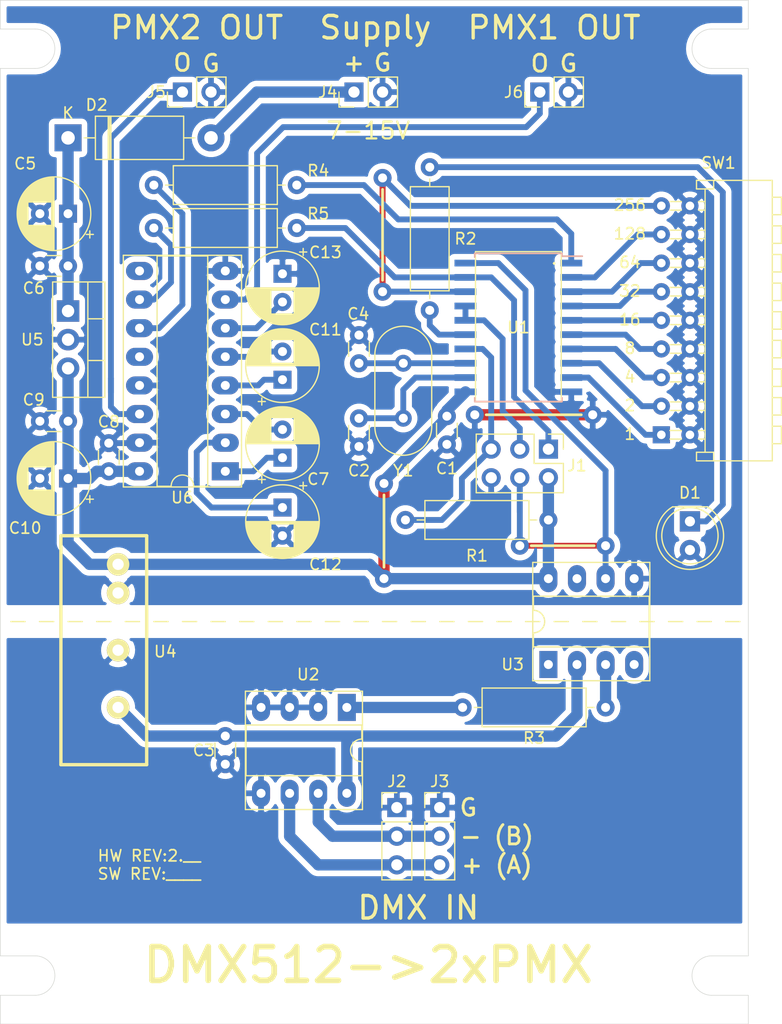
<source format=kicad_pcb>
(kicad_pcb (version 20171130) (host pcbnew "(5.1.8)-1")
  (title_block (title DMX2SGM) (date 13.09.2019) (rev 0.2) (company Gabs'e) (comment 1 "CC BY-NC-SA"))
  (layers (0 F.Cu signal) (31 B.Cu signal) (34 B.Paste user) (35 F.Paste user) (36 B.SilkS user) (37 F.SilkS user) (38 B.Mask user) (39 F.Mask user) (44 Edge.Cuts user))
  (net 0 "")
  (net 1 +5VD)
  (net 2 GNDD)
  (net 3 +5V)
  (net 4 GND)
  (net 5 "Net-(C4-Pad1)")
  (net 6 +VSW)
  (net 7 "Net-(D1-Pad1)")
  (net 8 ICSP_MISO)
  (net 9 ICSP_SCL)
  (net 10 DMX)
  (net 11 RESET)
  (net 12 "Net-(J2-Pad3)")
  (net 13 "Net-(R2-Pad2)")
  (net 14 "Net-(C2-Pad2)")
  (net 15 "Net-(R3-Pad2)")
  (net 16 "Net-(R3-Pad1)")
  (net 17 "Net-(D2-Pad2)")
  (net 18 /ADDRESS_8)
  (net 19 /ADDRESS_7)
  (net 20 /ADDRESS_6)
  (net 21 /ADDRESS_5)
  (net 22 /ADDRESS_4)
  (net 23 /ADDRESS_3)
  (net 24 /ADDRESS_2)
  (net 25 /ADDRESS_1)
  (net 26 /ADDRESS_0)
  (net 27 "Net-(J5-Pad1)")
  (net 28 "Net-(J2-Pad2)")
  (net 29 "Net-(R5-Pad1)")
  (net 30 "Net-(R4-Pad1)")
  (net 31 "Net-(C7-Pad2)")
  (net 32 "Net-(C7-Pad1)")
  (net 33 "Net-(C12-Pad1)")
  (net 34 "Net-(J6-Pad1)")
  (net 35 PMX_OUT_1)
  (net 36 "Net-(C11-Pad2)")
  (net 37 "Net-(C11-Pad1)")
  (net 38 "Net-(C13-Pad2)")
  (module Capacitor_THT:C_Disc_D3.0mm_W1.6mm_P2.50mm (layer F.Cu) (at 66.04 86.995 180)
    (fp_text reference C9 (at 3.048 1.905) (layer F.SilkS))
    (fp_text value 100n)
    (pad 2 thru_hole circle (at 2.5 0 180) (size 1.6 1.6) (drill 0.8) (layers *.Cu *.Mask) (net 2 GNDD))
    (pad 1 thru_hole circle (at 0 0 180) (size 1.6 1.6) (drill 0.8) (layers *.Cu *.Mask) (net 1 +5VD))
  )
  (module Wire_Pads:SolderWirePad_single_0-8mmDrill (layer F.Cu) (at 112.649 86.4235)
    (fp_text reference REF** hide)
    (fp_text value SolderWirePad_single_0-8mmDrill hide)
    (pad 1 thru_hole oval (at 0 0) (size 1.6 1.6) (drill 0.8) (layers *.Cu *.Mask) (net 2 GNDD))
  )
  (module Wire_Pads:SolderWirePad_single_0-8mmDrill (layer F.Cu) (at 102.1715 86.4235)
    (fp_text reference REF** hide)
    (fp_text value SolderWirePad_single_0-8mmDrill hide)
    (pad 1 thru_hole oval (at 0 0) (size 1.6 1.6) (drill 0.8) (layers *.Cu *.Mask) (net 2 GNDD))
  )
  (module Wire_Pads:SolderWirePad_single_0-8mmDrill (layer F.Cu) (at 106.172 98.044)
    (fp_text reference REF** hide)
    (fp_text value SolderWirePad_single_0-8mmDrill hide)
    (pad 1 thru_hole oval (at 0 0) (size 1.6 1.6) (drill 0.8) (layers *.Cu *.Mask) (net 10 DMX))
  )
  (module Wire_Pads:SolderWirePad_single_0-8mmDrill (layer F.Cu) (at 113.792 98.044)
    (fp_text reference REF** hide)
    (fp_text value SolderWirePad_single_0-8mmDrill hide)
    (pad 1 thru_hole oval (at 0 0) (size 1.6 1.6) (drill 0.8) (layers *.Cu *.Mask) (net 10 DMX))
  )
  (module Wire_Pads:SolderWirePad_single_0-8mmDrill (layer F.Cu) (at 94.107 100.965)
    (fp_text reference REF** hide)
    (fp_text value SolderWirePad_single_0-8mmDrill hide)
    (pad 1 thru_hole oval (at 0 0) (size 1.6 1.6) (drill 0.8) (layers *.Cu *.Mask) (net 1 +5VD))
  )
  (module Wire_Pads:SolderWirePad_single_0-8mmDrill (layer F.Cu) (at 94.107 92.5195)
    (fp_text reference REF** hide)
    (fp_text value SolderWirePad_single_0-8mmDrill hide)
    (pad 1 thru_hole oval (at 0 0) (size 1.6 1.6) (drill 0.8) (layers *.Cu *.Mask) (net 1 +5VD))
  )
  (module Wire_Pads:SolderWirePad_single_0-8mmDrill (layer F.Cu) (at 93.98 65.405)
    (fp_text reference REF** hide)
    (fp_text value SolderWirePad_single_0-8mmDrill hide)
    (pad 1 thru_hole oval (at 0 0) (size 1.6 1.6) (drill 0.8) (layers *.Cu *.Mask) (net 18 /ADDRESS_8))
  )
  (module Wire_Pads:SolderWirePad_single_0-8mmDrill (layer F.Cu) (at 93.98 75.5015)
    (fp_text reference REF** hide)
    (fp_text value SolderWirePad_single_0-8mmDrill hide)
    (pad 1 thru_hole oval (at 0 0) (size 1.6 1.6) (drill 0.8) (layers *.Cu *.Mask) (net 18 /ADDRESS_8))
  )
  (module Resistor_THT:R_Axial_DIN0309_L9.0mm_D3.2mm_P12.70mm_Horizontal (layer F.Cu) (at 73.66 69.85)
    (fp_text reference R5 (at 14.605 -1.27 180) (layer F.SilkS))
    (fp_text value 390R)
    (pad 2 thru_hole oval (at 12.7 0) (size 1.6 1.6) (drill 0.8) (layers *.Cu *.Mask) (net 8 ICSP_MISO))
    (pad 1 thru_hole circle (at 0 0) (size 1.6 1.6) (drill 0.8) (layers *.Cu *.Mask) (net 29 "Net-(R5-Pad1)"))
  )
  (module Resistor_THT:R_Axial_DIN0309_L9.0mm_D3.2mm_P12.70mm_Horizontal (layer F.Cu) (at 73.66 66.04)
    (fp_text reference R4 (at 14.605 -1.27) (layer F.SilkS))
    (fp_text value 390R)
    (pad 2 thru_hole oval (at 12.7 0) (size 1.6 1.6) (drill 0.8) (layers *.Cu *.Mask) (net 35 PMX_OUT_1))
    (pad 1 thru_hole circle (at 0 0) (size 1.6 1.6) (drill 0.8) (layers *.Cu *.Mask) (net 30 "Net-(R4-Pad1)"))
  )
  (module Package_DIP:DIP-16_W7.62mm_Socket_LongPads (layer F.Cu) (at 80.01 91.44 180)
    (fp_text reference U6 (at 3.81 -2.33) (layer F.SilkS))
    (fp_text value 232)
    (pad 16 thru_hole oval (at 7.62 0 180) (size 2.4 1.6) (drill 0.8) (layers *.Cu *.Mask) (net 1 +5VD))
    (pad 8 thru_hole oval (at 0 17.78 180) (size 2.4 1.6) (drill 0.8) (layers *.Cu *.Mask) (net 2 GNDD))
    (pad 15 thru_hole oval (at 7.62 2.54 180) (size 2.4 1.6) (drill 0.8) (layers *.Cu *.Mask) (net 2 GNDD))
    (pad 7 thru_hole oval (at 0 15.24 180) (size 2.4 1.6) (drill 0.8) (layers *.Cu *.Mask) (net 34 "Net-(J6-Pad1)"))
    (pad 14 thru_hole oval (at 7.62 5.08 180) (size 2.4 1.6) (drill 0.8) (layers *.Cu *.Mask) (net 27 "Net-(J5-Pad1)"))
    (pad 6 thru_hole oval (at 0 12.7 180) (size 2.4 1.6) (drill 0.8) (layers *.Cu *.Mask) (net 38 "Net-(C13-Pad2)"))
    (pad 13 thru_hole oval (at 7.62 7.62 180) (size 2.4 1.6) (drill 0.8) (layers *.Cu *.Mask) (net 2 GNDD))
    (pad 5 thru_hole oval (at 0 10.16 180) (size 2.4 1.6) (drill 0.8) (layers *.Cu *.Mask) (net 36 "Net-(C11-Pad2)"))
    (pad 12 thru_hole oval (at 7.62 10.16 180) (size 2.4 1.6) (drill 0.8) (layers *.Cu *.Mask))
    (pad 4 thru_hole oval (at 0 7.62 180) (size 2.4 1.6) (drill 0.8) (layers *.Cu *.Mask) (net 37 "Net-(C11-Pad1)"))
    (pad 11 thru_hole oval (at 7.62 12.7 180) (size 2.4 1.6) (drill 0.8) (layers *.Cu *.Mask) (net 30 "Net-(R4-Pad1)"))
    (pad 3 thru_hole oval (at 0 5.08 180) (size 2.4 1.6) (drill 0.8) (layers *.Cu *.Mask) (net 31 "Net-(C7-Pad2)"))
    (pad 10 thru_hole oval (at 7.62 15.24 180) (size 2.4 1.6) (drill 0.8) (layers *.Cu *.Mask) (net 29 "Net-(R5-Pad1)"))
    (pad 2 thru_hole oval (at 0 2.54 180) (size 2.4 1.6) (drill 0.8) (layers *.Cu *.Mask) (net 33 "Net-(C12-Pad1)"))
    (pad 9 thru_hole oval (at 7.62 17.78 180) (size 2.4 1.6) (drill 0.8) (layers *.Cu *.Mask))
    (pad 1 thru_hole rect (at 0 0 180) (size 2.4 1.6) (drill 0.8) (layers *.Cu *.Mask) (net 32 "Net-(C7-Pad1)"))
  )
  (module Foodprint:RECOM-REE-0505S (layer F.Cu) (at 70.485 107.315 270)
    (fp_text reference U4 (at 0.127 -4.191 180) (layer F.SilkS))
    (fp_text value REE-0505S)
    (pad 6 thru_hole circle (at 5.08 0 270) (size 2 2) (drill 1) (layers *.Cu *.Mask F.SilkS) (net 3 +5V))
    (pad 4 thru_hole circle (at 0 0 270) (size 2 2) (drill 1) (layers *.Cu *.Mask F.SilkS) (net 4 GND))
    (pad 2 thru_hole circle (at -5.08 0 270) (size 2 2) (drill 1) (layers *.Cu *.Mask F.SilkS) (net 2 GNDD))
    (pad 1 thru_hole circle (at -7.62 0 270) (size 2 2) (drill 1) (layers *.Cu *.Mask F.SilkS) (net 1 +5VD))
  )
  (module Foodprint:BD09AV (layer F.Cu) (at 118.745 88.2015)
    (fp_text reference SW1 (at 5.08 -24.13) (layer F.SilkS))
    (fp_text value BD09AV)
    (pad 1 thru_hole rect (at 0 0) (size 1.524 1.524) (drill 0.762) (layers *.Cu *.Mask) (net 26 /ADDRESS_0))
    (pad 2 thru_hole circle (at 0 -2.54) (size 1.524 1.524) (drill 0.762) (layers *.Cu *.Mask) (net 25 /ADDRESS_1))
    (pad 3 thru_hole circle (at 0 -5.08) (size 1.524 1.524) (drill 0.762) (layers *.Cu *.Mask) (net 24 /ADDRESS_2))
    (pad 4 thru_hole circle (at 0 -7.62) (size 1.524 1.524) (drill 0.762) (layers *.Cu *.Mask) (net 23 /ADDRESS_3))
    (pad 5 thru_hole circle (at 0 -10.16) (size 1.524 1.524) (drill 0.762) (layers *.Cu *.Mask) (net 22 /ADDRESS_4))
    (pad 6 thru_hole circle (at 0 -12.7) (size 1.524 1.524) (drill 0.762) (layers *.Cu *.Mask) (net 21 /ADDRESS_5))
    (pad 7 thru_hole circle (at 0 -15.24) (size 1.524 1.524) (drill 0.762) (layers *.Cu *.Mask) (net 20 /ADDRESS_6))
    (pad 8 thru_hole circle (at 0 -17.78) (size 1.524 1.524) (drill 0.762) (layers *.Cu *.Mask) (net 19 /ADDRESS_7))
    (pad 9 thru_hole circle (at 0 -20.32) (size 1.524 1.524) (drill 0.762) (layers *.Cu *.Mask) (net 18 /ADDRESS_8))
    (pad 10 thru_hole circle (at 2.54 -20.32) (size 1.524 1.524) (drill 0.762) (layers *.Cu *.Mask) (net 2 GNDD))
    (pad 11 thru_hole circle (at 2.54 -17.78) (size 1.524 1.524) (drill 0.762) (layers *.Cu *.Mask) (net 2 GNDD))
    (pad 12 thru_hole circle (at 2.54 -15.24) (size 1.524 1.524) (drill 0.762) (layers *.Cu *.Mask) (net 2 GNDD))
    (pad 13 thru_hole circle (at 2.54 -12.7) (size 1.524 1.524) (drill 0.762) (layers *.Cu *.Mask) (net 2 GNDD))
    (pad 14 thru_hole circle (at 2.54 -10.16) (size 1.524 1.524) (drill 0.762) (layers *.Cu *.Mask) (net 2 GNDD))
    (pad 15 thru_hole circle (at 2.54 -7.62) (size 1.524 1.524) (drill 0.762) (layers *.Cu *.Mask) (net 2 GNDD))
    (pad 16 thru_hole circle (at 2.54 -5.08) (size 1.524 1.524) (drill 0.762) (layers *.Cu *.Mask) (net 2 GNDD))
    (pad 17 thru_hole circle (at 2.54 -2.54) (size 1.524 1.524) (drill 0.762) (layers *.Cu *.Mask) (net 2 GNDD))
    (pad 18 thru_hole circle (at 2.54 0) (size 1.524 1.524) (drill 0.762) (layers *.Cu *.Mask) (net 2 GNDD))
  )
  (module Connector_PinHeader_2.54mm:PinHeader_1x02_P2.54mm_Vertical (layer F.Cu) (at 107.95 57.785 90)
    (fp_text reference J6 (at 0 -2.33 180) (layer F.SilkS))
    (fp_text value Conn_01x02)
    (pad 2 thru_hole oval (at 0 2.54 90) (size 1.7 1.7) (drill 1) (layers *.Cu *.Mask) (net 2 GNDD))
    (pad 1 thru_hole rect (at 0 0 90) (size 1.7 1.7) (drill 1) (layers *.Cu *.Mask) (net 34 "Net-(J6-Pad1)"))
  )
  (module Connector_PinHeader_2.54mm:PinHeader_1x02_P2.54mm_Vertical (layer F.Cu) (at 76.2 57.785 90)
    (fp_text reference J5 (at 0 -2.33 180) (layer F.SilkS))
    (fp_text value Conn_01x02)
    (pad 2 thru_hole oval (at 0 2.54 90) (size 1.7 1.7) (drill 1) (layers *.Cu *.Mask) (net 2 GNDD))
    (pad 1 thru_hole rect (at 0 0 90) (size 1.7 1.7) (drill 1) (layers *.Cu *.Mask) (net 27 "Net-(J5-Pad1)"))
  )
  (module Connector_PinHeader_2.54mm:PinHeader_1x02_P2.54mm_Vertical (layer F.Cu) (at 91.44 57.785 90)
    (fp_text reference J4 (at 0 -2.33 180) (layer F.SilkS))
    (fp_text value Conn_01x02)
    (pad 2 thru_hole oval (at 0 2.54 90) (size 1.7 1.7) (drill 1) (layers *.Cu *.Mask) (net 2 GNDD))
    (pad 1 thru_hole rect (at 0 0 90) (size 1.7 1.7) (drill 1) (layers *.Cu *.Mask) (net 17 "Net-(D2-Pad2)"))
  )
  (module Capacitor_THT:CP_Radial_D6.3mm_P2.50mm (layer F.Cu) (at 85.09 73.914 270)
    (fp_text reference C13 (at -1.905 -3.81 180) (layer F.SilkS))
    (fp_text value 1µ)
    (pad 2 thru_hole circle (at 2.5 0 270) (size 1.6 1.6) (drill 0.8) (layers *.Cu *.Mask) (net 38 "Net-(C13-Pad2)"))
    (pad 1 thru_hole rect (at 0 0 270) (size 1.6 1.6) (drill 0.8) (layers *.Cu *.Mask) (net 2 GNDD))
  )
  (module Capacitor_THT:CP_Radial_D6.3mm_P2.50mm (layer F.Cu) (at 85.09 94.655 270)
    (fp_text reference C12 (at 5.04 -3.81 180) (layer F.SilkS))
    (fp_text value 1µ)
    (pad 2 thru_hole circle (at 2.5 0 270) (size 1.6 1.6) (drill 0.8) (layers *.Cu *.Mask) (net 2 GNDD))
    (pad 1 thru_hole rect (at 0 0 270) (size 1.6 1.6) (drill 0.8) (layers *.Cu *.Mask) (net 33 "Net-(C12-Pad1)"))
  )
  (module Capacitor_THT:CP_Radial_D6.3mm_P2.50mm (layer F.Cu) (at 85.09 83.312 90)
    (fp_text reference C11 (at 4.445 3.81 180) (layer F.SilkS))
    (fp_text value 1µ)
    (pad 2 thru_hole circle (at 2.5 0 90) (size 1.6 1.6) (drill 0.8) (layers *.Cu *.Mask) (net 36 "Net-(C11-Pad2)"))
    (pad 1 thru_hole rect (at 0 0 90) (size 1.6 1.6) (drill 0.8) (layers *.Cu *.Mask) (net 37 "Net-(C11-Pad1)"))
  )
  (module Capacitor_THT:CP_Radial_D6.3mm_P2.50mm (layer F.Cu) (at 85.09 90.2335 90)
    (fp_text reference C7 (at -1.905 3.175 180) (layer F.SilkS))
    (fp_text value 1µ)
    (pad 2 thru_hole circle (at 2.5 0 90) (size 1.6 1.6) (drill 0.8) (layers *.Cu *.Mask) (net 31 "Net-(C7-Pad2)"))
    (pad 1 thru_hole rect (at 0 0 90) (size 1.6 1.6) (drill 0.8) (layers *.Cu *.Mask) (net 32 "Net-(C7-Pad1)"))
  )
  (module Crystal:Crystal_HC49-4H_Vertical (layer F.Cu) (at 95.8215 81.8515 270)
    (fp_text reference Y1 (at 9.525 0 180) (layer F.SilkS))
    (fp_text value 12MHz)
    (pad 2 thru_hole circle (at 4.88 0 270) (size 1.5 1.5) (drill 0.8) (layers *.Cu *.Mask) (net 14 "Net-(C2-Pad2)"))
    (pad 1 thru_hole circle (at 0 0 270) (size 1.5 1.5) (drill 0.8) (layers *.Cu *.Mask) (net 5 "Net-(C4-Pad1)"))
  )
  (module Package_TO_SOT_THT:TO-220-3_Vertical (layer F.Cu) (at 66.04 77.216 270)
    (fp_text reference U5 (at 2.54 3.175 180) (layer F.SilkS))
    (fp_text value 7805)
    (pad 3 thru_hole oval (at 5.08 0 270) (size 1.905 2) (drill 1.1) (layers *.Cu *.Mask) (net 1 +5VD))
    (pad 2 thru_hole oval (at 2.54 0 270) (size 1.905 2) (drill 1.1) (layers *.Cu *.Mask) (net 2 GNDD))
    (pad 1 thru_hole rect (at 0 0 270) (size 1.905 2) (drill 1.1) (layers *.Cu *.Mask) (net 6 +VSW))
  )
  (module Capacitor_THT:C_Disc_D3.0mm_W1.6mm_P2.50mm (layer F.Cu) (at 69.6595 91.44 90)
    (fp_text reference C8 (at 4.405 0 180) (layer F.SilkS))
    (fp_text value 100n)
    (pad 2 thru_hole circle (at 2.5 0 90) (size 1.6 1.6) (drill 0.8) (layers *.Cu *.Mask) (net 2 GNDD))
    (pad 1 thru_hole circle (at 0 0 90) (size 1.6 1.6) (drill 0.8) (layers *.Cu *.Mask) (net 1 +5VD))
  )
  (module Capacitor_THT:CP_Radial_D6.3mm_P2.50mm (layer F.Cu) (at 66.04 92.075 180)
    (fp_text reference C10 (at 3.81 -4.4) (layer F.SilkS))
    (fp_text value 1µ)
    (pad 2 thru_hole circle (at 2.5 0 180) (size 1.6 1.6) (drill 0.8) (layers *.Cu *.Mask) (net 2 GNDD))
    (pad 1 thru_hole rect (at 0 0 180) (size 1.6 1.6) (drill 0.8) (layers *.Cu *.Mask) (net 1 +5VD))
  )
  (module Capacitor_THT:C_Disc_D3.0mm_W1.6mm_P2.50mm (layer F.Cu) (at 66.04 73.2155 180)
    (fp_text reference C6 (at 3.048 -1.9685) (layer F.SilkS))
    (fp_text value 100n)
    (pad 2 thru_hole circle (at 2.5 0 180) (size 1.6 1.6) (drill 0.8) (layers *.Cu *.Mask) (net 2 GNDD))
    (pad 1 thru_hole circle (at 0 0 180) (size 1.6 1.6) (drill 0.8) (layers *.Cu *.Mask) (net 6 +VSW))
  )
  (module Capacitor_THT:CP_Radial_D6.3mm_P2.50mm (layer F.Cu) (at 66.04 68.58 180)
    (fp_text reference C5 (at 3.81 4.445) (layer F.SilkS))
    (fp_text value 1µ)
    (pad 2 thru_hole circle (at 2.5 0 180) (size 1.6 1.6) (drill 0.8) (layers *.Cu *.Mask) (net 2 GNDD))
    (pad 1 thru_hole rect (at 0 0 180) (size 1.6 1.6) (drill 0.8) (layers *.Cu *.Mask) (net 6 +VSW))
  )
  (module Package_DIP:DIP-8_W7.62mm_Socket_LongPads (layer F.Cu) (at 108.712 108.585 90)
    (fp_text reference U3 (at 0 -3.175) (layer F.SilkS))
    (fp_text value 6N137)
    (pad 8 thru_hole oval (at 7.62 0 90) (size 2.4 1.6) (drill 0.8) (layers *.Cu *.Mask) (net 1 +5VD))
    (pad 4 thru_hole oval (at 0 7.62 90) (size 2.4 1.6) (drill 0.8) (layers *.Cu *.Mask))
    (pad 7 thru_hole oval (at 7.62 2.54 90) (size 2.4 1.6) (drill 0.8) (layers *.Cu *.Mask))
    (pad 3 thru_hole oval (at 0 5.08 90) (size 2.4 1.6) (drill 0.8) (layers *.Cu *.Mask) (net 16 "Net-(R3-Pad1)"))
    (pad 6 thru_hole oval (at 7.62 5.08 90) (size 2.4 1.6) (drill 0.8) (layers *.Cu *.Mask) (net 10 DMX))
    (pad 2 thru_hole oval (at 0 2.54 90) (size 2.4 1.6) (drill 0.8) (layers *.Cu *.Mask) (net 3 +5V))
    (pad 5 thru_hole oval (at 7.62 7.62 90) (size 2.4 1.6) (drill 0.8) (layers *.Cu *.Mask) (net 2 GNDD))
    (pad 1 thru_hole rect (at 0 0 90) (size 2.4 1.6) (drill 0.8) (layers *.Cu *.Mask))
  )
  (module Package_DIP:DIP-8_W7.62mm_Socket_LongPads (layer F.Cu) (at 90.805 112.395 270)
    (fp_text reference U2 (at -2.921 3.429 180) (layer F.SilkS))
    (fp_text value 485)
    (pad 8 thru_hole oval (at 7.62 0 270) (size 2.4 1.6) (drill 0.8) (layers *.Cu *.Mask) (net 3 +5V))
    (pad 4 thru_hole oval (at 0 7.62 270) (size 2.4 1.6) (drill 0.8) (layers *.Cu *.Mask) (net 4 GND))
    (pad 7 thru_hole oval (at 7.62 2.54 270) (size 2.4 1.6) (drill 0.8) (layers *.Cu *.Mask) (net 28 "Net-(J2-Pad2)"))
    (pad 3 thru_hole oval (at 0 5.08 270) (size 2.4 1.6) (drill 0.8) (layers *.Cu *.Mask) (net 4 GND))
    (pad 6 thru_hole oval (at 7.62 5.08 270) (size 2.4 1.6) (drill 0.8) (layers *.Cu *.Mask) (net 12 "Net-(J2-Pad3)"))
    (pad 2 thru_hole oval (at 0 2.54 270) (size 2.4 1.6) (drill 0.8) (layers *.Cu *.Mask) (net 4 GND))
    (pad 5 thru_hole oval (at 7.62 7.62 270) (size 2.4 1.6) (drill 0.8) (layers *.Cu *.Mask) (net 4 GND))
    (pad 1 thru_hole rect (at 0 0 270) (size 2.4 1.6) (drill 0.8) (layers *.Cu *.Mask) (net 15 "Net-(R3-Pad2)"))
  )
  (module Resistor_THT:R_Axial_DIN0309_L9.0mm_D3.2mm_P12.70mm_Horizontal (layer F.Cu) (at 113.792 112.395 180)
    (fp_text reference R3 (at 6.35 -2.72) (layer F.SilkS))
    (fp_text value 390R)
    (pad 2 thru_hole oval (at 12.7 0 180) (size 1.6 1.6) (drill 0.8) (layers *.Cu *.Mask) (net 15 "Net-(R3-Pad2)"))
    (pad 1 thru_hole circle (at 0 0 180) (size 1.6 1.6) (drill 0.8) (layers *.Cu *.Mask) (net 16 "Net-(R3-Pad1)"))
  )
  (module Resistor_THT:R_Axial_DIN0309_L9.0mm_D3.2mm_P12.70mm_Horizontal (layer F.Cu) (at 98.171 64.4525 270)
    (fp_text reference R2 (at 6.35 -3.175 180) (layer F.SilkS))
    (fp_text value 390R)
    (pad 2 thru_hole oval (at 12.7 0 270) (size 1.6 1.6) (drill 0.8) (layers *.Cu *.Mask) (net 13 "Net-(R2-Pad2)"))
    (pad 1 thru_hole circle (at 0 0 270) (size 1.6 1.6) (drill 0.8) (layers *.Cu *.Mask) (net 7 "Net-(D1-Pad1)"))
  )
  (module Resistor_THT:R_Axial_DIN0309_L9.0mm_D3.2mm_P12.70mm_Horizontal (layer F.Cu) (at 96.012 95.758)
    (fp_text reference R1 (at 6.35 3.175) (layer F.SilkS))
    (fp_text value 2K2)
    (pad 1 thru_hole circle (at 0 0) (size 1.6 1.6) (drill 0.8) (layers *.Cu *.Mask) (net 11 RESET))
    (pad 2 thru_hole oval (at 12.7 0) (size 1.6 1.6) (drill 0.8) (layers *.Cu *.Mask) (net 1 +5VD))
  )
  (module Connector_PinHeader_2.54mm:PinHeader_1x03_P2.54mm_Vertical (layer F.Cu) (at 99.06 121.285)
    (fp_text reference J3 (at 0 -2.33) (layer F.SilkS))
    (fp_text value Conn_01x03)
    (pad 3 thru_hole oval (at 0 5.08) (size 1.7 1.7) (drill 1) (layers *.Cu *.Mask) (net 12 "Net-(J2-Pad3)"))
    (pad 2 thru_hole oval (at 0 2.54) (size 1.7 1.7) (drill 1) (layers *.Cu *.Mask) (net 28 "Net-(J2-Pad2)"))
    (pad 1 thru_hole rect (at 0 0) (size 1.7 1.7) (drill 1) (layers *.Cu *.Mask) (net 4 GND))
  )
  (module Connector_PinHeader_2.54mm:PinHeader_1x03_P2.54mm_Vertical (layer F.Cu) (at 95.25 121.285)
    (fp_text reference J2 (at 0 -2.33) (layer F.SilkS))
    (fp_text value Conn_01x03)
    (pad 3 thru_hole oval (at 0 5.08) (size 1.7 1.7) (drill 1) (layers *.Cu *.Mask) (net 12 "Net-(J2-Pad3)"))
    (pad 2 thru_hole oval (at 0 2.54) (size 1.7 1.7) (drill 1) (layers *.Cu *.Mask) (net 28 "Net-(J2-Pad2)"))
    (pad 1 thru_hole rect (at 0 0) (size 1.7 1.7) (drill 1) (layers *.Cu *.Mask) (net 4 GND))
  )
  (module Connector_PinHeader_2.54mm:PinHeader_2x03_P2.54mm_Vertical (layer F.Cu) (at 108.712 89.4715 270)
    (fp_text reference J1 (at 1.4605 -2.54 180) (layer F.SilkS))
    (fp_text value AVR-ISP-6)
    (pad 6 thru_hole oval (at 2.54 5.08 270) (size 1.7 1.7) (drill 1) (layers *.Cu *.Mask) (net 2 GNDD))
    (pad 5 thru_hole oval (at 0 5.08 270) (size 1.7 1.7) (drill 1) (layers *.Cu *.Mask) (net 11 RESET))
    (pad 4 thru_hole oval (at 2.54 2.54 270) (size 1.7 1.7) (drill 1) (layers *.Cu *.Mask) (net 10 DMX))
    (pad 3 thru_hole oval (at 0 2.54 270) (size 1.7 1.7) (drill 1) (layers *.Cu *.Mask) (net 9 ICSP_SCL))
    (pad 2 thru_hole oval (at 2.54 0 270) (size 1.7 1.7) (drill 1) (layers *.Cu *.Mask) (net 1 +5VD))
    (pad 1 thru_hole rect (at 0 0 270) (size 1.7 1.7) (drill 1) (layers *.Cu *.Mask) (net 8 ICSP_MISO))
  )
  (module Diode_THT:D_DO-15_P12.70mm_Horizontal (layer F.Cu) (at 66.04 61.849)
    (fp_text reference D2 (at 2.54 -2.92) (layer F.SilkS))
    (fp_text value 1N4007)
    (fp_text user K (at 0 -2.2) (layer F.SilkS))
    (pad 2 thru_hole oval (at 12.7 0) (size 2.4 2.4) (drill 1.2) (layers *.Cu *.Mask) (net 17 "Net-(D2-Pad2)"))
    (pad 1 thru_hole rect (at 0 0) (size 2.4 2.4) (drill 1.2) (layers *.Cu *.Mask) (net 6 +VSW))
  )
  (module LED_THT:LED_D5.0mm (layer F.Cu) (at 121.285 95.885 270)
    (fp_text reference D1 (at -2.54 0 180) (layer F.SilkS))
    (fp_text value LED)
    (pad 2 thru_hole circle (at 2.54 0 270) (size 1.8 1.8) (drill 0.9) (layers *.Cu *.Mask) (net 2 GNDD))
    (pad 1 thru_hole rect (at 0 0 270) (size 1.8 1.8) (drill 0.9) (layers *.Cu *.Mask) (net 7 "Net-(D1-Pad1)"))
  )
  (module Capacitor_THT:C_Disc_D3.0mm_W1.6mm_P2.50mm (layer F.Cu) (at 91.8845 81.8515 90)
    (fp_text reference C4 (at 4.3815 -0.0635 180) (layer F.SilkS))
    (fp_text value 22p)
    (pad 2 thru_hole circle (at 2.5 0 90) (size 1.6 1.6) (drill 0.8) (layers *.Cu *.Mask) (net 2 GNDD))
    (pad 1 thru_hole circle (at 0 0 90) (size 1.6 1.6) (drill 0.8) (layers *.Cu *.Mask) (net 5 "Net-(C4-Pad1)"))
  )
  (module Capacitor_THT:C_Disc_D3.0mm_W1.6mm_P2.50mm (layer F.Cu) (at 80.01 114.935 270)
    (fp_text reference C3 (at 1.27 1.905 180) (layer F.SilkS))
    (fp_text value 100n)
    (pad 2 thru_hole circle (at 2.5 0 270) (size 1.6 1.6) (drill 0.8) (layers *.Cu *.Mask) (net 4 GND))
    (pad 1 thru_hole circle (at 0 0 270) (size 1.6 1.6) (drill 0.8) (layers *.Cu *.Mask) (net 3 +5V))
  )
  (module Capacitor_THT:C_Disc_D3.0mm_W1.6mm_P2.50mm (layer F.Cu) (at 91.8845 89.241 90)
    (fp_text reference C2 (at -2.1355 0 180) (layer F.SilkS))
    (fp_text value 22p)
    (pad 2 thru_hole circle (at 2.5 0 90) (size 1.6 1.6) (drill 0.8) (layers *.Cu *.Mask) (net 14 "Net-(C2-Pad2)"))
    (pad 1 thru_hole circle (at 0 0 90) (size 1.6 1.6) (drill 0.8) (layers *.Cu *.Mask) (net 2 GNDD))
  )
  (module Capacitor_THT:C_Disc_D3.0mm_W1.6mm_P2.50mm (layer F.Cu) (at 99.695 86.5505 270)
    (fp_text reference C1 (at 4.6355 0 180) (layer F.SilkS))
    (fp_text value 100n)
    (pad 2 thru_hole circle (at 2.5 0 270) (size 1.6 1.6) (drill 0.8) (layers *.Cu *.Mask) (net 2 GNDD))
    (pad 1 thru_hole circle (at 0 0 270) (size 1.6 1.6) (drill 0.8) (layers *.Cu *.Mask) (net 1 +5VD))
  )
  (module Housings_SOIC:SOIC-20W_7.5x12.8mm_Pitch1.27mm (layer B.Cu) (at 106.045 78.6765 180)
    (fp_text reference U1 (at 0 0 180) (layer F.SilkS))
    (fp_text value ATtiny1634)
    (pad 1 smd rect (at -4.7 5.715 180) (size 1.95 0.6) (layers B.Cu B.Paste B.Mask) (net 35 PMX_OUT_1))
    (pad 2 smd rect (at -4.7 4.445 180) (size 1.95 0.6) (layers B.Cu B.Paste B.Mask) (net 19 /ADDRESS_7))
    (pad 3 smd rect (at -4.7 3.175 180) (size 1.95 0.6) (layers B.Cu B.Paste B.Mask) (net 20 /ADDRESS_6))
    (pad 4 smd rect (at -4.7 1.905 180) (size 1.95 0.6) (layers B.Cu B.Paste B.Mask) (net 21 /ADDRESS_5))
    (pad 5 smd rect (at -4.7 0.635 180) (size 1.95 0.6) (layers B.Cu B.Paste B.Mask) (net 22 /ADDRESS_4))
    (pad 6 smd rect (at -4.7 -0.635 180) (size 1.95 0.6) (layers B.Cu B.Paste B.Mask) (net 23 /ADDRESS_3))
    (pad 7 smd rect (at -4.7 -1.905 180) (size 1.95 0.6) (layers B.Cu B.Paste B.Mask) (net 24 /ADDRESS_2))
    (pad 8 smd rect (at -4.7 -3.175 180) (size 1.95 0.6) (layers B.Cu B.Paste B.Mask) (net 25 /ADDRESS_1))
    (pad 9 smd rect (at -4.7 -4.445 180) (size 1.95 0.6) (layers B.Cu B.Paste B.Mask) (net 26 /ADDRESS_0))
    (pad 10 smd rect (at -4.7 -5.715 180) (size 1.95 0.6) (layers B.Cu B.Paste B.Mask) (net 2 GNDD))
    (pad 11 smd rect (at 4.7 -5.715 180) (size 1.95 0.6) (layers B.Cu B.Paste B.Mask) (net 1 +5VD))
    (pad 12 smd rect (at 4.7 -4.445 180) (size 1.95 0.6) (layers B.Cu B.Paste B.Mask) (net 14 "Net-(C2-Pad2)"))
    (pad 13 smd rect (at 4.7 -3.175 180) (size 1.95 0.6) (layers B.Cu B.Paste B.Mask) (net 5 "Net-(C4-Pad1)"))
    (pad 14 smd rect (at 4.7 -1.905 180) (size 1.95 0.6) (layers B.Cu B.Paste B.Mask) (net 11 RESET))
    (pad 15 smd rect (at 4.7 -0.635 180) (size 1.95 0.6) (layers B.Cu B.Paste B.Mask) (net 13 "Net-(R2-Pad2)"))
    (pad 16 smd rect (at 4.7 0.635 180) (size 1.95 0.6) (layers B.Cu B.Paste B.Mask) (net 9 ICSP_SCL))
    (pad 17 smd rect (at 4.7 1.905 180) (size 1.95 0.6) (layers B.Cu B.Paste B.Mask) (net 9 ICSP_SCL))
    (pad 18 smd rect (at 4.7 3.175 180) (size 1.95 0.6) (layers B.Cu B.Paste B.Mask) (net 18 /ADDRESS_8))
    (pad 19 smd rect (at 4.7 4.445 180) (size 1.95 0.6) (layers B.Cu B.Paste B.Mask) (net 8 ICSP_MISO))
    (pad 20 smd rect (at 4.7 5.715 180) (size 1.95 0.6) (layers B.Cu B.Paste B.Mask) (net 10 DMX))
  )
  (gr_text 7-15V (at 92.71 61.214) (layer F.SilkS) (effects (font (size 1.5 1.5) (thickness 0.2))))
  (gr_line (start 93.98 66.421) (end 93.98 74.4855) (layer F.SilkS) (width 0.24))
  (gr_line (start 107.188 98.044) (end 112.776 98.044) (layer F.SilkS) (width 0.24))
  (gr_text G (at 93.98 55.185) (layer F.SilkS) (effects (font (size 1.5 1.5) (thickness 0.25))))
  (gr_text + (at 91.44 55.185) (layer F.SilkS) (effects (font (size 1.5 1.5) (thickness 0.25))))
  (gr_text Supply (at 93.345 52.07) (layer F.SilkS) (effects (font (size 2 2) (thickness 0.3))))
  (gr_text "PMX2 OUT" (at 77.47 52.07) (layer F.SilkS) (effects (font (size 2 2) (thickness 0.3))))
  (gr_line (start 126.47 49.64) (end 126.47 52.19) (layer Edge.Cuts) (width 0.05))
  (gr_line (start 60.02 52.19) (end 60.02 49.64) (layer Edge.Cuts) (width 0.05))
  (gr_line (start 126.47 49.64) (end 60.02 49.64) (layer Edge.Cuts) (width 0.05))
  (gr_line (start 60.02 140.49) (end 126.47 140.49) (layer Edge.Cuts) (width 0.05))
  (gr_line (start 94.107 93.5355) (end 94.107 99.949) (layer F.SilkS) (width 0.24))
  (gr_line (start 103.1875 86.4235) (end 111.633 86.4235) (layer F.SilkS) (width 0.24))
  (gr_text "HW REV:2.__\nSW REV:____" (at 68.58 126.365) (layer F.SilkS) (effects (font (size 1 1)) (justify left)))
  (gr_text . (at 109.22 72.5805) (layer F.SilkS) (effects (font (size 1 1))))
  (gr_line (start 102.235 85.2805) (end 102.235 71.9455) (layer F.SilkS) (width 0.12))
  (gr_line (start 109.855 85.2805) (end 102.235 85.2805) (layer F.SilkS) (width 0.12))
  (gr_line (start 109.855 71.9455) (end 109.855 85.2805) (layer F.SilkS) (width 0.12))
  (gr_line (start 102.235 71.9455) (end 109.855 71.9455) (layer F.SilkS) (width 0.12))
  (gr_text 256 (at 115.951 67.818) (layer F.SilkS) (effects (font (size 1 1))))
  (gr_text 128 (at 115.951 70.358) (layer F.SilkS) (effects (font (size 1 1))))
  (gr_text 64 (at 115.951 72.898) (layer F.SilkS) (effects (font (size 1 1))))
  (gr_text 32 (at 115.951 75.438) (layer F.SilkS) (effects (font (size 1 1))))
  (gr_text 16 (at 115.951 77.978) (layer F.SilkS) (effects (font (size 1 1))))
  (gr_text 8 (at 115.951 80.518) (layer F.SilkS) (effects (font (size 1 1))))
  (gr_text 4 (at 115.951 83.058) (layer F.SilkS) (effects (font (size 1 1))))
  (gr_text 2 (at 115.951 85.598) (layer F.SilkS) (effects (font (size 1 1))))
  (gr_text 1 (at 115.951 88.138) (layer F.SilkS) (effects (font (size 1 1))))
  (gr_text DMX512->2xPMX (at 92.71 135.255) (layer F.SilkS) (effects (font (size 3 3) (thickness 0.5))))
  (gr_text "PMX1 OUT" (at 109.22 52.07) (layer F.SilkS) (effects (font (size 2 2) (thickness 0.3))))
  (gr_line (start 125.73 104.775) (end 124.46 104.775) (layer F.SilkS) (width 0.12))
  (gr_line (start 123.19 104.775) (end 121.92 104.775) (layer F.SilkS) (width 0.12))
  (gr_line (start 120.65 104.775) (end 119.38 104.775) (layer F.SilkS) (width 0.12))
  (gr_line (start 118.11 104.775) (end 116.84 104.775) (layer F.SilkS) (width 0.12))
  (gr_line (start 115.57 104.775) (end 114.3 104.775) (layer F.SilkS) (width 0.12))
  (gr_line (start 113.03 104.775) (end 111.76 104.775) (layer F.SilkS) (width 0.12))
  (gr_line (start 110.49 104.775) (end 109.22 104.775) (layer F.SilkS) (width 0.12))
  (gr_line (start 107.95 104.775) (end 106.68 104.775) (layer F.SilkS) (width 0.12))
  (gr_line (start 105.41 104.775) (end 104.14 104.775) (layer F.SilkS) (width 0.12))
  (gr_line (start 102.87 104.775) (end 101.6 104.775) (layer F.SilkS) (width 0.12))
  (gr_line (start 100.33 104.775) (end 99.06 104.775) (layer F.SilkS) (width 0.12))
  (gr_line (start 97.79 104.775) (end 96.52 104.775) (layer F.SilkS) (width 0.12))
  (gr_line (start 95.2373 104.775) (end 93.9673 104.775) (layer F.SilkS) (width 0.12))
  (gr_line (start 92.71 104.775) (end 91.44 104.775) (layer F.SilkS) (width 0.12))
  (gr_line (start 90.17 104.775) (end 88.9 104.775) (layer F.SilkS) (width 0.12))
  (gr_line (start 87.63 104.775) (end 86.36 104.775) (layer F.SilkS) (width 0.12))
  (gr_line (start 85.09 104.775) (end 83.82 104.775) (layer F.SilkS) (width 0.12))
  (gr_line (start 82.55 104.775) (end 81.28 104.775) (layer F.SilkS) (width 0.12))
  (gr_line (start 80.01 104.775) (end 78.74 104.775) (layer F.SilkS) (width 0.12))
  (gr_line (start 77.47 104.775) (end 76.2 104.775) (layer F.SilkS) (width 0.12))
  (gr_line (start 74.93 104.775) (end 73.66 104.775) (layer F.SilkS) (width 0.12))
  (gr_line (start 72.39 104.775) (end 71.12 104.775) (layer F.SilkS) (width 0.12))
  (gr_line (start 69.85 104.775) (end 68.58 104.775) (layer F.SilkS) (width 0.12))
  (gr_line (start 67.31 104.775) (end 66.04 104.775) (layer F.SilkS) (width 0.12))
  (gr_line (start 64.77 104.775) (end 63.5 104.775) (layer F.SilkS) (width 0.12))
  (gr_line (start 62.23 104.775) (end 60.96 104.775) (layer F.SilkS) (width 0.12))
  (gr_text G (at 78.74 55.245) (layer F.SilkS) (effects (font (size 1.5 1.5) (thickness 0.25))))
  (gr_text O (at 76.2 55.185) (layer F.SilkS) (effects (font (size 1.5 1.5) (thickness 0.25))))
  (gr_text O (at 107.95 55.245) (layer F.SilkS) (effects (font (size 1.5 1.5) (thickness 0.25))))
  (gr_text G (at 110.49 55.245) (layer F.SilkS) (effects (font (size 1.5 1.5) (thickness 0.25))))
  (gr_text G (at 101.6 121.285) (layer F.SilkS) (effects (font (size 1.5 1.5) (thickness 0.25))))
  (gr_text "- (B)" (at 104.14 123.825) (layer F.SilkS) (effects (font (size 1.5 1.5) (thickness 0.25))))
  (gr_text "+ (A)" (at 104.14 126.365) (layer F.SilkS) (effects (font (size 1.5 1.5) (thickness 0.25))))
  (gr_text "DMX IN" (at 97.155 130.175) (layer F.SilkS) (effects (font (size 2 2) (thickness 0.3))))
  (gr_line (start 60.02 55.69) (end 60.02 134.44) (layer Edge.Cuts) (width 0.05))
  (gr_line (start 60.02 140.49) (end 60.02 137.94) (layer Edge.Cuts) (width 0.05))
  (gr_line (start 126.47 137.94) (end 126.47 140.49) (layer Edge.Cuts) (width 0.05))
  (gr_line (start 126.47 134.44) (end 126.47 55.69) (layer Edge.Cuts) (width 0.05))
  (gr_line (start 63.12 55.69) (end 60.02 55.69) (layer Edge.Cuts) (width 0.05))
  (gr_line (start 63.12 52.19) (end 60.02 52.19) (layer Edge.Cuts) (width 0.05))
  (gr_line (start 63.12 134.44) (end 60.02 134.44) (layer Edge.Cuts) (width 0.05))
  (gr_line (start 63.12 137.94) (end 60.02 137.94) (layer Edge.Cuts) (width 0.05))
  (gr_line (start 123.22 137.94) (end 126.47 137.94) (layer Edge.Cuts) (width 0.05))
  (gr_line (start 123.22 134.44) (end 126.47 134.44) (layer Edge.Cuts) (width 0.05))
  (gr_line (start 123.22 55.69) (end 126.47 55.69) (layer Edge.Cuts) (width 0.05))
  (gr_line (start 123.22 52.19) (end 126.47 52.19) (layer Edge.Cuts) (width 0.05))
  (gr_arc (start 123.22 53.94) (end 123.22 52.19) (angle -180) (layer Edge.Cuts) (width 0.05))
  (gr_arc (start 123.22 136.19) (end 123.22 134.44) (angle -180) (layer Edge.Cuts) (width 0.05))
  (gr_arc (start 63.12 136.19) (end 63.12 137.94) (angle -180) (layer Edge.Cuts) (width 0.05))
  (gr_arc (start 63.12 53.94) (end 63.12 55.69) (angle -180) (layer Edge.Cuts) (width 0.05))
  (segment (start 66.04 81.915) (end 66.04 97.79) (width 1) (layer B.Cu) (net 1))
  (segment (start 66.04 97.79) (end 67.945 99.695) (width 1) (layer B.Cu) (net 1))
  (segment (start 67.945 99.695) (end 70.485 99.695) (width 1) (layer B.Cu) (net 1))
  (segment (start 66.04 92.075) (end 67.945 92.075) (width 1) (layer B.Cu) (net 1))
  (segment (start 68.58 91.44) (end 69.85 91.44) (width 1) (layer B.Cu) (net 1))
  (segment (start 67.945 92.075) (end 68.58 91.44) (width 1) (layer B.Cu) (net 1))
  (segment (start 69.85 91.44) (end 72.39 91.44) (width 1) (layer B.Cu) (net 1))
  (segment (start 94.107 92.2655) (end 99.822 86.5505) (width 1) (layer B.Cu) (net 1))
  (segment (start 99.695 86.0415) (end 101.345 84.3915) (width 1) (layer B.Cu) (net 1))
  (segment (start 99.695 86.5505) (end 99.695 86.0415) (width 1) (layer B.Cu) (net 1))
  (segment (start 94.107 100.965) (end 108.712 100.965) (width 1) (layer B.Cu) (net 1))
  (segment (start 94.107 92.5195) (end 94.107 100.965) (width 1) (layer F.Cu) (net 1))
  (segment (start 108.712 100.965) (end 108.712 95.758) (width 1) (layer B.Cu) (net 1))
  (segment (start 108.712 95.758) (end 108.712 92.0115) (width 1) (layer B.Cu) (net 1))
  (segment (start 92.837 99.695) (end 94.107 100.965) (width 1) (layer B.Cu) (net 1))
  (segment (start 70.485 99.695) (end 92.837 99.695) (width 1) (layer B.Cu) (net 1))
  (segment (start 102.1715 86.4235) (end 112.522 86.4235) (width 1) (layer F.Cu) (net 2))
  (segment (start 72.35 88.94) (end 72.39 88.9) (width 0.52) (layer B.Cu) (net 2))
  (segment (start 69.6595 88.94) (end 72.35 88.94) (width 0.52) (layer B.Cu) (net 2))
  (segment (start 90.805 120.015) (end 90.805 114.935) (width 1) (layer B.Cu) (net 3))
  (segment (start 73.025 114.935) (end 70.485 112.395) (width 1) (layer B.Cu) (net 3))
  (segment (start 109.347 114.935) (end 73.025 114.935) (width 1) (layer B.Cu) (net 3))
  (segment (start 111.252 113.03) (end 109.347 114.935) (width 1) (layer B.Cu) (net 3))
  (segment (start 111.252 108.585) (end 111.252 113.03) (width 1) (layer B.Cu) (net 3))
  (segment (start 101.345 81.8515) (end 91.8845 81.8515) (width 0.52) (layer B.Cu) (net 5))
  (segment (start 66.04 68.58) (end 66.04 61.849) (width 1) (layer B.Cu) (net 6))
  (segment (start 66.04 68.58) (end 66.04 73.2155) (width 1) (layer B.Cu) (net 6))
  (segment (start 66.04 77.216) (end 66.04 73.2155) (width 1) (layer B.Cu) (net 6))
  (segment (start 122.705 95.885) (end 121.285 95.885) (width 0.52) (layer B.Cu) (net 7))
  (segment (start 123.265 95.325) (end 122.705 95.885) (width 0.52) (layer B.Cu) (net 7))
  (segment (start 98.171 64.4525) (end 121.9835 64.4525) (width 0.52) (layer B.Cu) (net 7))
  (segment (start 121.9835 64.4525) (end 124.206 66.675) (width 0.52) (layer B.Cu) (net 7))
  (segment (start 124.206 94.384) (end 122.705 95.885) (width 0.52) (layer B.Cu) (net 7))
  (segment (start 124.206 66.675) (end 124.206 94.384) (width 0.52) (layer B.Cu) (net 7))
  (segment (start 103.632 74.2315) (end 105.664 76.2635) (width 0.52) (layer B.Cu) (net 8))
  (segment (start 101.345 74.2315) (end 103.632 74.2315) (width 0.52) (layer B.Cu) (net 8))
  (segment (start 105.664 76.2635) (end 105.664 84.836) (width 0.52) (layer B.Cu) (net 8))
  (segment (start 108.712 89.4715) (end 108.712 87.884) (width 0.52) (layer B.Cu) (net 8))
  (segment (start 108.712 87.884) (end 105.664 84.836) (width 0.52) (layer B.Cu) (net 8))
  (segment (start 90.678 69.85) (end 86.36 69.85) (width 0.52) (layer B.Cu) (net 8))
  (segment (start 95.0595 74.2315) (end 90.678 69.85) (width 0.52) (layer B.Cu) (net 8))
  (segment (start 101.345 74.2315) (end 95.0595 74.2315) (width 0.52) (layer B.Cu) (net 8))
  (segment (start 102.997 78.0415) (end 102.107 78.0415) (width 0.52) (layer B.Cu) (net 9))
  (segment (start 104.648 79.6925) (end 102.997 78.0415) (width 0.52) (layer B.Cu) (net 9))
  (segment (start 104.648 79.6925) (end 104.648 86.106) (width 0.52) (layer B.Cu) (net 9))
  (segment (start 106.172 87.63) (end 104.648 86.106) (width 0.52) (layer B.Cu) (net 9))
  (segment (start 106.172 89.4715) (end 106.172 87.63) (width 0.52) (layer B.Cu) (net 9))
  (segment (start 101.345 76.7715) (end 101.345 78.0415) (width 0.52) (layer B.Cu) (net 9))
  (segment (start 106.172 92.6465) (end 106.172 95.0595) (width 0.52) (layer B.Cu) (net 10))
  (segment (start 106.172 98.044) (end 106.172 92.0115) (width 0.52) (layer B.Cu) (net 10))
  (segment (start 113.792 98.044) (end 106.172 98.044) (width 0.52) (layer F.Cu) (net 10))
  (segment (start 104.267 72.9615) (end 102.107 72.9615) (width 0.52) (layer B.Cu) (net 10))
  (segment (start 106.68 75.3745) (end 104.267 72.9615) (width 0.52) (layer B.Cu) (net 10))
  (segment (start 106.68 84.2645) (end 106.68 75.3745) (width 0.52) (layer B.Cu) (net 10))
  (segment (start 113.792 91.3765) (end 106.68 84.2645) (width 0.52) (layer B.Cu) (net 10))
  (segment (start 113.792 98.044) (end 113.792 91.3765) (width 0.52) (layer B.Cu) (net 10))
  (segment (start 113.792 98.044) (end 113.792 100.965) (width 0.52) (layer B.Cu) (net 10))
  (segment (start 103.632 81.3435) (end 102.87 80.5815) (width 0.52) (layer B.Cu) (net 11))
  (segment (start 102.87 80.5815) (end 102.107 80.5815) (width 0.52) (layer B.Cu) (net 11))
  (segment (start 103.632 89.4715) (end 103.632 81.3435) (width 0.52) (layer B.Cu) (net 11))
  (segment (start 103.632 89.4715) (end 102.5525 90.551) (width 0.52) (layer B.Cu) (net 11))
  (segment (start 101.0285 93.98) (end 99.2505 95.758) (width 0.52) (layer B.Cu) (net 11))
  (segment (start 99.2505 95.758) (end 96.012 95.758) (width 0.52) (layer B.Cu) (net 11))
  (segment (start 101.0285 92.075) (end 101.0285 93.98) (width 0.52) (layer B.Cu) (net 11))
  (segment (start 103.632 89.4715) (end 101.0285 92.075) (width 0.52) (layer B.Cu) (net 11))
  (segment (start 85.725 123.825) (end 85.725 120.015) (width 1) (layer B.Cu) (net 12))
  (segment (start 99.06 126.365) (end 88.265 126.365) (width 1) (layer B.Cu) (net 12))
  (segment (start 88.265 126.365) (end 85.725 123.825) (width 1) (layer B.Cu) (net 12))
  (segment (start 101.345 79.3115) (end 98.9965 79.3115) (width 0.52) (layer B.Cu) (net 13))
  (segment (start 98.171 78.486) (end 98.171 77.1525) (width 0.52) (layer B.Cu) (net 13))
  (segment (start 98.9965 79.3115) (end 98.171 78.486) (width 0.52) (layer B.Cu) (net 13))
  (segment (start 91.894 86.7315) (end 91.8845 86.741) (width 0.52) (layer B.Cu) (net 14))
  (segment (start 95.8215 86.7315) (end 95.8215 84.201) (width 0.52) (layer B.Cu) (net 14))
  (segment (start 95.8215 86.7315) (end 91.894 86.7315) (width 0.52) (layer B.Cu) (net 14))
  (segment (start 96.901 83.1215) (end 95.8215 84.201) (width 0.52) (layer B.Cu) (net 14))
  (segment (start 101.345 83.1215) (end 96.901 83.1215) (width 0.52) (layer B.Cu) (net 14))
  (segment (start 101.092 112.395) (end 90.805 112.395) (width 1) (layer B.Cu) (net 15))
  (segment (start 113.792 108.585) (end 113.792 112.395) (width 1) (layer B.Cu) (net 16))
  (segment (start 82.804 57.785) (end 91.44 57.785) (width 1) (layer B.Cu) (net 17))
  (segment (start 78.74 61.849) (end 82.804 57.785) (width 1) (layer B.Cu) (net 17))
  (segment (start 93.98 65.9765) (end 93.98 75.5015) (width 0.52) (layer F.Cu) (net 18))
  (segment (start 96.267 75.5015) (end 94.742 75.5015) (width 0.52) (layer B.Cu) (net 18))
  (segment (start 101.345 75.5015) (end 93.98 75.5015) (width 0.52) (layer B.Cu) (net 18))
  (segment (start 93.98 65.405) (end 96.4565 67.8815) (width 0.52) (layer B.Cu) (net 18))
  (segment (start 96.4565 67.8815) (end 118.745 67.8815) (width 0.52) (layer B.Cu) (net 18))
  (segment (start 93.98 65.405) (end 93.98 75.5015) (width 0.52) (layer F.Cu) (net 18))
  (segment (start 110.745 74.2315) (end 112.8395 74.2315) (width 0.52) (layer B.Cu) (net 19))
  (segment (start 116.6495 70.4215) (end 118.745 70.4215) (width 0.52) (layer B.Cu) (net 19))
  (segment (start 112.8395 74.2315) (end 116.6495 70.4215) (width 0.52) (layer B.Cu) (net 19))
  (segment (start 118.745 72.9615) (end 116.9035 72.9615) (width 0.52) (layer B.Cu) (net 20))
  (segment (start 114.3635 75.5015) (end 110.745 75.5015) (width 0.52) (layer B.Cu) (net 20))
  (segment (start 116.9035 72.9615) (end 114.3635 75.5015) (width 0.52) (layer B.Cu) (net 20))
  (segment (start 110.745 76.7715) (end 115.062 76.7715) (width 0.52) (layer B.Cu) (net 21))
  (segment (start 116.332 75.5015) (end 118.745 75.5015) (width 0.52) (layer B.Cu) (net 21))
  (segment (start 115.062 76.7715) (end 116.332 75.5015) (width 0.52) (layer B.Cu) (net 21))
  (segment (start 118.745 78.0415) (end 110.745 78.0415) (width 0.52) (layer B.Cu) (net 22))
  (segment (start 110.745 79.3115) (end 115.57 79.3115) (width 0.52) (layer B.Cu) (net 23))
  (segment (start 116.84 80.5815) (end 118.745 80.5815) (width 0.52) (layer B.Cu) (net 23))
  (segment (start 115.57 79.3115) (end 116.84 80.5815) (width 0.52) (layer B.Cu) (net 23))
  (segment (start 110.745 80.5815) (end 114.681 80.5815) (width 0.52) (layer B.Cu) (net 24))
  (segment (start 117.221 83.1215) (end 118.745 83.1215) (width 0.52) (layer B.Cu) (net 24))
  (segment (start 114.681 80.5815) (end 117.221 83.1215) (width 0.52) (layer B.Cu) (net 24))
  (segment (start 110.745 81.8515) (end 113.2205 81.8515) (width 0.52) (layer B.Cu) (net 25))
  (segment (start 117.0305 85.6615) (end 118.745 85.6615) (width 0.52) (layer B.Cu) (net 25))
  (segment (start 113.2205 81.8515) (end 117.0305 85.6615) (width 0.52) (layer B.Cu) (net 25))
  (segment (start 110.745 83.1215) (end 112.268 83.1215) (width 0.52) (layer B.Cu) (net 26))
  (segment (start 117.348 88.2015) (end 118.745 88.2015) (width 0.52) (layer B.Cu) (net 26))
  (segment (start 112.268 83.1215) (end 117.348 88.2015) (width 0.52) (layer B.Cu) (net 26))
  (segment (start 73.911753 57.785) (end 76.2 57.785) (width 0.52) (layer B.Cu) (net 27))
  (segment (start 69.85 61.846752) (end 70.610876 61.085876) (width 0.52) (layer B.Cu) (net 27))
  (segment (start 70.610876 61.085876) (end 73.911753 57.785) (width 0.52) (layer B.Cu) (net 27))
  (segment (start 72.39 86.36) (end 70.485 86.36) (width 0.52) (layer B.Cu) (net 27))
  (segment (start 69.85 85.725) (end 69.85 83.185) (width 0.52) (layer B.Cu) (net 27))
  (segment (start 70.485 86.36) (end 69.85 85.725) (width 0.52) (layer B.Cu) (net 27))
  (segment (start 69.85 84.455) (end 69.85 83.185) (width 0.52) (layer B.Cu) (net 27))
  (segment (start 69.85 83.185) (end 69.85 61.846752) (width 0.52) (layer B.Cu) (net 27))
  (segment (start 88.265 122.555) (end 88.265 120.015) (width 1) (layer B.Cu) (net 28))
  (segment (start 89.535 123.825) (end 88.265 122.555) (width 1) (layer B.Cu) (net 28))
  (segment (start 89.535 123.825) (end 99.06 123.825) (width 1) (layer B.Cu) (net 28))
  (segment (start 73.66 69.85) (end 74.422 70.612) (width 0.52) (layer B.Cu) (net 29))
  (segment (start 74.422 70.612) (end 74.676 70.866) (width 0.52) (layer B.Cu) (net 29))
  (segment (start 73.66 76.2) (end 72.39 76.2) (width 0.52) (layer B.Cu) (net 29))
  (segment (start 75.184 74.676) (end 73.66 76.2) (width 0.52) (layer B.Cu) (net 29))
  (segment (start 75.184 71.374) (end 75.184 74.676) (width 0.52) (layer B.Cu) (net 29))
  (segment (start 74.422 70.612) (end 75.184 71.374) (width 0.52) (layer B.Cu) (net 29))
  (segment (start 74.11 78.74) (end 72.39 78.74) (width 0.52) (layer B.Cu) (net 30))
  (segment (start 76.2 76.65) (end 74.11 78.74) (width 0.52) (layer B.Cu) (net 30))
  (segment (start 76.2 68.58) (end 76.2 76.65) (width 0.52) (layer B.Cu) (net 30))
  (segment (start 73.66 66.04) (end 76.2 68.58) (width 0.52) (layer B.Cu) (net 30))
  (segment (start 81.915 86.36) (end 80.01 86.36) (width 0.52) (layer B.Cu) (net 31))
  (segment (start 83.2885 87.7335) (end 81.915 86.36) (width 0.52) (layer B.Cu) (net 31))
  (segment (start 85.09 87.7335) (end 83.2885 87.7335) (width 0.52) (layer B.Cu) (net 31))
  (segment (start 82.5 91.44) (end 80.01 91.44) (width 0.52) (layer B.Cu) (net 32))
  (segment (start 83.7065 90.2335) (end 82.5 91.44) (width 0.52) (layer B.Cu) (net 32))
  (segment (start 85.09 90.2335) (end 83.7065 90.2335) (width 0.52) (layer B.Cu) (net 32))
  (segment (start 78.29 88.9) (end 77.47 89.72) (width 0.52) (layer B.Cu) (net 33))
  (segment (start 80.01 88.9) (end 78.29 88.9) (width 0.52) (layer B.Cu) (net 33))
  (segment (start 85.09 94.655) (end 78.78 94.655) (width 0.52) (layer B.Cu) (net 33))
  (segment (start 77.47 93.345) (end 77.47 92.075) (width 0.52) (layer B.Cu) (net 33))
  (segment (start 77.47 89.72) (end 77.47 92.075) (width 0.52) (layer B.Cu) (net 33))
  (segment (start 78.78 94.655) (end 77.47 93.345) (width 0.52) (layer B.Cu) (net 33))
  (segment (start 77.47 92.075) (end 77.47 92.71) (width 0.52) (layer B.Cu) (net 33))
  (segment (start 106.7435 60.8965) (end 85.1535 60.8965) (width 0.52) (layer B.Cu) (net 34))
  (segment (start 107.95 59.69) (end 106.7435 60.8965) (width 0.52) (layer B.Cu) (net 34))
  (segment (start 107.95 57.785) (end 107.95 59.69) (width 0.52) (layer B.Cu) (net 34))
  (segment (start 80.01 76.2) (end 81.788 76.2) (width 0.52) (layer B.Cu) (net 34))
  (segment (start 82.83575 75.15225) (end 82.83575 63.21425) (width 0.52) (layer B.Cu) (net 34))
  (segment (start 81.788 76.2) (end 82.83575 75.15225) (width 0.52) (layer B.Cu) (net 34))
  (segment (start 85.1535 60.8965) (end 82.83575 63.21425) (width 0.52) (layer B.Cu) (net 34))
  (segment (start 110.745 70.359) (end 110.745 72.9615) (width 0.52) (layer B.Cu) (net 35))
  (segment (start 109.474 69.088) (end 110.745 70.359) (width 0.52) (layer B.Cu) (net 35))
  (segment (start 95.377 69.088) (end 109.474 69.088) (width 0.52) (layer B.Cu) (net 35))
  (segment (start 92.329 66.04) (end 95.377 69.088) (width 0.52) (layer B.Cu) (net 35))
  (segment (start 92.329 66.04) (end 86.36 66.04) (width 0.52) (layer B.Cu) (net 35))
  (segment (start 85.09 80.812) (end 83.526 80.812) (width 0.52) (layer B.Cu) (net 36))
  (segment (start 83.058 81.28) (end 80.01 81.28) (width 0.52) (layer B.Cu) (net 36))
  (segment (start 83.526 80.812) (end 83.058 81.28) (width 0.52) (layer B.Cu) (net 36))
  (segment (start 85.09 83.312) (end 83.439 83.312) (width 0.52) (layer B.Cu) (net 37))
  (segment (start 82.931 83.82) (end 80.01 83.82) (width 0.52) (layer B.Cu) (net 37))
  (segment (start 83.439 83.312) (end 82.931 83.82) (width 0.52) (layer B.Cu) (net 37))
  (segment (start 82.764 78.74) (end 80.01 78.74) (width 0.52) (layer B.Cu) (net 38))
  (segment (start 85.09 76.414) (end 82.764 78.74) (width 0.52) (layer B.Cu) (net 38))
  (zone (net 4) (net_name GND) (layer B.Cu) (connect_pads (clearance 0.508)) (min_thickness 0.254) (fill yes (arc_segments 32) (thermal_gap 0.508) (thermal_bridge_width 0.508))
    (polygon (pts (xy 125.984 106.2355) (xy 60.579 106.2355) (xy 60.579 131.572) (xy 125.984 131.572)))
  )
  (zone (net 2) (net_name GNDD) (layer B.Cu) (connect_pads (clearance 0.508)) (min_thickness 0.254) (fill yes (arc_segments 32) (thermal_gap 0.508) (thermal_bridge_width 0.508))
    (polygon (pts (xy 125.984 103.3145) (xy 125.984 50.1015) (xy 60.579 50.165) (xy 60.579 103.3145)))
  )
)
</source>
